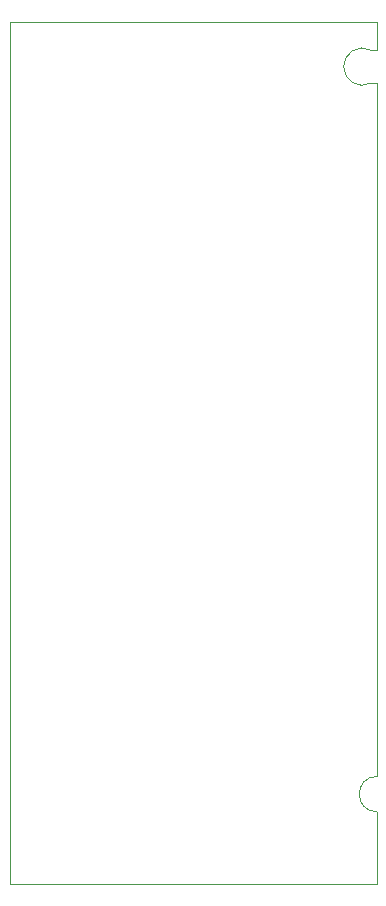
<source format=gm1>
G04 #@! TF.GenerationSoftware,KiCad,Pcbnew,7.0.9*
G04 #@! TF.CreationDate,2023-12-23T18:19:17+01:00*
G04 #@! TF.ProjectId,testing-board,74657374-696e-4672-9d62-6f6172642e6b,v1.0*
G04 #@! TF.SameCoordinates,Original*
G04 #@! TF.FileFunction,Profile,NP*
%FSLAX46Y46*%
G04 Gerber Fmt 4.6, Leading zero omitted, Abs format (unit mm)*
G04 Created by KiCad (PCBNEW 7.0.9) date 2023-12-23 18:19:17*
%MOMM*%
%LPD*%
G01*
G04 APERTURE LIST*
G04 #@! TA.AperFunction,Profile*
%ADD10C,0.050000*%
G04 #@! TD*
G04 APERTURE END LIST*
D10*
X145542000Y-64008000D02*
G75*
G03*
X145542000Y-66802000I-738000J-1397000D01*
G01*
X146050000Y-64008000D02*
X145542000Y-64008000D01*
X146050000Y-66802000D02*
X145542000Y-66802000D01*
X146050000Y-61595000D02*
X146050000Y-64008000D01*
X146050000Y-125500000D02*
G75*
G03*
X146050000Y-128500000I0J-1500000D01*
G01*
X114935000Y-61595000D02*
X123825000Y-61595000D01*
X114935000Y-63500000D02*
X114935000Y-61595000D01*
X114935000Y-98425000D02*
X114935000Y-63500000D01*
X114935000Y-134620000D02*
X114935000Y-98425000D01*
X146050000Y-61595000D02*
X123825000Y-61595000D01*
X146050000Y-125500000D02*
X146050000Y-66802000D01*
X146050000Y-134620000D02*
X146050000Y-128500000D01*
X114935000Y-134620000D02*
X146050000Y-134620000D01*
M02*

</source>
